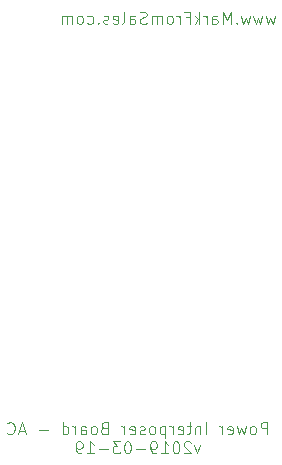
<source format=gbr>
G04 #@! TF.GenerationSoftware,KiCad,Pcbnew,(5.0.2)-1*
G04 #@! TF.CreationDate,2019-03-23T22:27:34-05:00*
G04 #@! TF.ProjectId,Power-Interposer-Board-AC,506f7765-722d-4496-9e74-6572706f7365,rev?*
G04 #@! TF.SameCoordinates,Original*
G04 #@! TF.FileFunction,Legend,Bot*
G04 #@! TF.FilePolarity,Positive*
%FSLAX46Y46*%
G04 Gerber Fmt 4.6, Leading zero omitted, Abs format (unit mm)*
G04 Created by KiCad (PCBNEW (5.0.2)-1) date 3/23/2019 10:27:34 PM*
%MOMM*%
%LPD*%
G01*
G04 APERTURE LIST*
%ADD10C,0.120000*%
G04 APERTURE END LIST*
D10*
X168456190Y-131722380D02*
X168456190Y-130722380D01*
X168075238Y-130722380D01*
X167980000Y-130770000D01*
X167932380Y-130817619D01*
X167884761Y-130912857D01*
X167884761Y-131055714D01*
X167932380Y-131150952D01*
X167980000Y-131198571D01*
X168075238Y-131246190D01*
X168456190Y-131246190D01*
X167313333Y-131722380D02*
X167408571Y-131674761D01*
X167456190Y-131627142D01*
X167503809Y-131531904D01*
X167503809Y-131246190D01*
X167456190Y-131150952D01*
X167408571Y-131103333D01*
X167313333Y-131055714D01*
X167170476Y-131055714D01*
X167075238Y-131103333D01*
X167027619Y-131150952D01*
X166980000Y-131246190D01*
X166980000Y-131531904D01*
X167027619Y-131627142D01*
X167075238Y-131674761D01*
X167170476Y-131722380D01*
X167313333Y-131722380D01*
X166646666Y-131055714D02*
X166456190Y-131722380D01*
X166265714Y-131246190D01*
X166075238Y-131722380D01*
X165884761Y-131055714D01*
X165122857Y-131674761D02*
X165218095Y-131722380D01*
X165408571Y-131722380D01*
X165503809Y-131674761D01*
X165551428Y-131579523D01*
X165551428Y-131198571D01*
X165503809Y-131103333D01*
X165408571Y-131055714D01*
X165218095Y-131055714D01*
X165122857Y-131103333D01*
X165075238Y-131198571D01*
X165075238Y-131293809D01*
X165551428Y-131389047D01*
X164646666Y-131722380D02*
X164646666Y-131055714D01*
X164646666Y-131246190D02*
X164599047Y-131150952D01*
X164551428Y-131103333D01*
X164456190Y-131055714D01*
X164360952Y-131055714D01*
X163265714Y-131722380D02*
X163265714Y-130722380D01*
X162789523Y-131055714D02*
X162789523Y-131722380D01*
X162789523Y-131150952D02*
X162741904Y-131103333D01*
X162646666Y-131055714D01*
X162503809Y-131055714D01*
X162408571Y-131103333D01*
X162360952Y-131198571D01*
X162360952Y-131722380D01*
X162027619Y-131055714D02*
X161646666Y-131055714D01*
X161884761Y-130722380D02*
X161884761Y-131579523D01*
X161837142Y-131674761D01*
X161741904Y-131722380D01*
X161646666Y-131722380D01*
X160932380Y-131674761D02*
X161027619Y-131722380D01*
X161218095Y-131722380D01*
X161313333Y-131674761D01*
X161360952Y-131579523D01*
X161360952Y-131198571D01*
X161313333Y-131103333D01*
X161218095Y-131055714D01*
X161027619Y-131055714D01*
X160932380Y-131103333D01*
X160884761Y-131198571D01*
X160884761Y-131293809D01*
X161360952Y-131389047D01*
X160456190Y-131722380D02*
X160456190Y-131055714D01*
X160456190Y-131246190D02*
X160408571Y-131150952D01*
X160360952Y-131103333D01*
X160265714Y-131055714D01*
X160170476Y-131055714D01*
X159837142Y-131055714D02*
X159837142Y-132055714D01*
X159837142Y-131103333D02*
X159741904Y-131055714D01*
X159551428Y-131055714D01*
X159456190Y-131103333D01*
X159408571Y-131150952D01*
X159360952Y-131246190D01*
X159360952Y-131531904D01*
X159408571Y-131627142D01*
X159456190Y-131674761D01*
X159551428Y-131722380D01*
X159741904Y-131722380D01*
X159837142Y-131674761D01*
X158789523Y-131722380D02*
X158884761Y-131674761D01*
X158932380Y-131627142D01*
X158980000Y-131531904D01*
X158980000Y-131246190D01*
X158932380Y-131150952D01*
X158884761Y-131103333D01*
X158789523Y-131055714D01*
X158646666Y-131055714D01*
X158551428Y-131103333D01*
X158503809Y-131150952D01*
X158456190Y-131246190D01*
X158456190Y-131531904D01*
X158503809Y-131627142D01*
X158551428Y-131674761D01*
X158646666Y-131722380D01*
X158789523Y-131722380D01*
X158075238Y-131674761D02*
X157980000Y-131722380D01*
X157789523Y-131722380D01*
X157694285Y-131674761D01*
X157646666Y-131579523D01*
X157646666Y-131531904D01*
X157694285Y-131436666D01*
X157789523Y-131389047D01*
X157932380Y-131389047D01*
X158027619Y-131341428D01*
X158075238Y-131246190D01*
X158075238Y-131198571D01*
X158027619Y-131103333D01*
X157932380Y-131055714D01*
X157789523Y-131055714D01*
X157694285Y-131103333D01*
X156837142Y-131674761D02*
X156932380Y-131722380D01*
X157122857Y-131722380D01*
X157218095Y-131674761D01*
X157265714Y-131579523D01*
X157265714Y-131198571D01*
X157218095Y-131103333D01*
X157122857Y-131055714D01*
X156932380Y-131055714D01*
X156837142Y-131103333D01*
X156789523Y-131198571D01*
X156789523Y-131293809D01*
X157265714Y-131389047D01*
X156360952Y-131722380D02*
X156360952Y-131055714D01*
X156360952Y-131246190D02*
X156313333Y-131150952D01*
X156265714Y-131103333D01*
X156170476Y-131055714D01*
X156075238Y-131055714D01*
X154646666Y-131198571D02*
X154503809Y-131246190D01*
X154456190Y-131293809D01*
X154408571Y-131389047D01*
X154408571Y-131531904D01*
X154456190Y-131627142D01*
X154503809Y-131674761D01*
X154599047Y-131722380D01*
X154980000Y-131722380D01*
X154980000Y-130722380D01*
X154646666Y-130722380D01*
X154551428Y-130770000D01*
X154503809Y-130817619D01*
X154456190Y-130912857D01*
X154456190Y-131008095D01*
X154503809Y-131103333D01*
X154551428Y-131150952D01*
X154646666Y-131198571D01*
X154980000Y-131198571D01*
X153837142Y-131722380D02*
X153932380Y-131674761D01*
X153980000Y-131627142D01*
X154027619Y-131531904D01*
X154027619Y-131246190D01*
X153980000Y-131150952D01*
X153932380Y-131103333D01*
X153837142Y-131055714D01*
X153694285Y-131055714D01*
X153599047Y-131103333D01*
X153551428Y-131150952D01*
X153503809Y-131246190D01*
X153503809Y-131531904D01*
X153551428Y-131627142D01*
X153599047Y-131674761D01*
X153694285Y-131722380D01*
X153837142Y-131722380D01*
X152646666Y-131722380D02*
X152646666Y-131198571D01*
X152694285Y-131103333D01*
X152789523Y-131055714D01*
X152980000Y-131055714D01*
X153075238Y-131103333D01*
X152646666Y-131674761D02*
X152741904Y-131722380D01*
X152980000Y-131722380D01*
X153075238Y-131674761D01*
X153122857Y-131579523D01*
X153122857Y-131484285D01*
X153075238Y-131389047D01*
X152980000Y-131341428D01*
X152741904Y-131341428D01*
X152646666Y-131293809D01*
X152170476Y-131722380D02*
X152170476Y-131055714D01*
X152170476Y-131246190D02*
X152122857Y-131150952D01*
X152075238Y-131103333D01*
X151980000Y-131055714D01*
X151884761Y-131055714D01*
X151122857Y-131722380D02*
X151122857Y-130722380D01*
X151122857Y-131674761D02*
X151218095Y-131722380D01*
X151408571Y-131722380D01*
X151503809Y-131674761D01*
X151551428Y-131627142D01*
X151599047Y-131531904D01*
X151599047Y-131246190D01*
X151551428Y-131150952D01*
X151503809Y-131103333D01*
X151408571Y-131055714D01*
X151218095Y-131055714D01*
X151122857Y-131103333D01*
X149884761Y-131341428D02*
X149122857Y-131341428D01*
X147932380Y-131436666D02*
X147456190Y-131436666D01*
X148027619Y-131722380D02*
X147694285Y-130722380D01*
X147360952Y-131722380D01*
X146456190Y-131627142D02*
X146503809Y-131674761D01*
X146646666Y-131722380D01*
X146741904Y-131722380D01*
X146884761Y-131674761D01*
X146980000Y-131579523D01*
X147027619Y-131484285D01*
X147075238Y-131293809D01*
X147075238Y-131150952D01*
X147027619Y-130960476D01*
X146980000Y-130865238D01*
X146884761Y-130770000D01*
X146741904Y-130722380D01*
X146646666Y-130722380D01*
X146503809Y-130770000D01*
X146456190Y-130817619D01*
X162765714Y-132675714D02*
X162527619Y-133342380D01*
X162289523Y-132675714D01*
X161956190Y-132437619D02*
X161908571Y-132390000D01*
X161813333Y-132342380D01*
X161575238Y-132342380D01*
X161480000Y-132390000D01*
X161432380Y-132437619D01*
X161384761Y-132532857D01*
X161384761Y-132628095D01*
X161432380Y-132770952D01*
X162003809Y-133342380D01*
X161384761Y-133342380D01*
X160765714Y-132342380D02*
X160670476Y-132342380D01*
X160575238Y-132390000D01*
X160527619Y-132437619D01*
X160480000Y-132532857D01*
X160432380Y-132723333D01*
X160432380Y-132961428D01*
X160480000Y-133151904D01*
X160527619Y-133247142D01*
X160575238Y-133294761D01*
X160670476Y-133342380D01*
X160765714Y-133342380D01*
X160860952Y-133294761D01*
X160908571Y-133247142D01*
X160956190Y-133151904D01*
X161003809Y-132961428D01*
X161003809Y-132723333D01*
X160956190Y-132532857D01*
X160908571Y-132437619D01*
X160860952Y-132390000D01*
X160765714Y-132342380D01*
X159480000Y-133342380D02*
X160051428Y-133342380D01*
X159765714Y-133342380D02*
X159765714Y-132342380D01*
X159860952Y-132485238D01*
X159956190Y-132580476D01*
X160051428Y-132628095D01*
X159003809Y-133342380D02*
X158813333Y-133342380D01*
X158718095Y-133294761D01*
X158670476Y-133247142D01*
X158575238Y-133104285D01*
X158527619Y-132913809D01*
X158527619Y-132532857D01*
X158575238Y-132437619D01*
X158622857Y-132390000D01*
X158718095Y-132342380D01*
X158908571Y-132342380D01*
X159003809Y-132390000D01*
X159051428Y-132437619D01*
X159099047Y-132532857D01*
X159099047Y-132770952D01*
X159051428Y-132866190D01*
X159003809Y-132913809D01*
X158908571Y-132961428D01*
X158718095Y-132961428D01*
X158622857Y-132913809D01*
X158575238Y-132866190D01*
X158527619Y-132770952D01*
X158099047Y-132961428D02*
X157337142Y-132961428D01*
X156670476Y-132342380D02*
X156575238Y-132342380D01*
X156480000Y-132390000D01*
X156432380Y-132437619D01*
X156384761Y-132532857D01*
X156337142Y-132723333D01*
X156337142Y-132961428D01*
X156384761Y-133151904D01*
X156432380Y-133247142D01*
X156480000Y-133294761D01*
X156575238Y-133342380D01*
X156670476Y-133342380D01*
X156765714Y-133294761D01*
X156813333Y-133247142D01*
X156860952Y-133151904D01*
X156908571Y-132961428D01*
X156908571Y-132723333D01*
X156860952Y-132532857D01*
X156813333Y-132437619D01*
X156765714Y-132390000D01*
X156670476Y-132342380D01*
X156003809Y-132342380D02*
X155384761Y-132342380D01*
X155718095Y-132723333D01*
X155575238Y-132723333D01*
X155480000Y-132770952D01*
X155432380Y-132818571D01*
X155384761Y-132913809D01*
X155384761Y-133151904D01*
X155432380Y-133247142D01*
X155480000Y-133294761D01*
X155575238Y-133342380D01*
X155860952Y-133342380D01*
X155956190Y-133294761D01*
X156003809Y-133247142D01*
X154956190Y-132961428D02*
X154194285Y-132961428D01*
X153194285Y-133342380D02*
X153765714Y-133342380D01*
X153480000Y-133342380D02*
X153480000Y-132342380D01*
X153575238Y-132485238D01*
X153670476Y-132580476D01*
X153765714Y-132628095D01*
X152718095Y-133342380D02*
X152527619Y-133342380D01*
X152432380Y-133294761D01*
X152384761Y-133247142D01*
X152289523Y-133104285D01*
X152241904Y-132913809D01*
X152241904Y-132532857D01*
X152289523Y-132437619D01*
X152337142Y-132390000D01*
X152432380Y-132342380D01*
X152622857Y-132342380D01*
X152718095Y-132390000D01*
X152765714Y-132437619D01*
X152813333Y-132532857D01*
X152813333Y-132770952D01*
X152765714Y-132866190D01*
X152718095Y-132913809D01*
X152622857Y-132961428D01*
X152432380Y-132961428D01*
X152337142Y-132913809D01*
X152289523Y-132866190D01*
X152241904Y-132770952D01*
X169091428Y-96305714D02*
X168900952Y-96972380D01*
X168710476Y-96496190D01*
X168520000Y-96972380D01*
X168329523Y-96305714D01*
X168043809Y-96305714D02*
X167853333Y-96972380D01*
X167662857Y-96496190D01*
X167472380Y-96972380D01*
X167281904Y-96305714D01*
X166996190Y-96305714D02*
X166805714Y-96972380D01*
X166615238Y-96496190D01*
X166424761Y-96972380D01*
X166234285Y-96305714D01*
X165853333Y-96877142D02*
X165805714Y-96924761D01*
X165853333Y-96972380D01*
X165900952Y-96924761D01*
X165853333Y-96877142D01*
X165853333Y-96972380D01*
X165377142Y-96972380D02*
X165377142Y-95972380D01*
X165043809Y-96686666D01*
X164710476Y-95972380D01*
X164710476Y-96972380D01*
X163805714Y-96972380D02*
X163805714Y-96448571D01*
X163853333Y-96353333D01*
X163948571Y-96305714D01*
X164139047Y-96305714D01*
X164234285Y-96353333D01*
X163805714Y-96924761D02*
X163900952Y-96972380D01*
X164139047Y-96972380D01*
X164234285Y-96924761D01*
X164281904Y-96829523D01*
X164281904Y-96734285D01*
X164234285Y-96639047D01*
X164139047Y-96591428D01*
X163900952Y-96591428D01*
X163805714Y-96543809D01*
X163329523Y-96972380D02*
X163329523Y-96305714D01*
X163329523Y-96496190D02*
X163281904Y-96400952D01*
X163234285Y-96353333D01*
X163139047Y-96305714D01*
X163043809Y-96305714D01*
X162710476Y-96972380D02*
X162710476Y-95972380D01*
X162615238Y-96591428D02*
X162329523Y-96972380D01*
X162329523Y-96305714D02*
X162710476Y-96686666D01*
X161567619Y-96448571D02*
X161900952Y-96448571D01*
X161900952Y-96972380D02*
X161900952Y-95972380D01*
X161424761Y-95972380D01*
X161043809Y-96972380D02*
X161043809Y-96305714D01*
X161043809Y-96496190D02*
X160996190Y-96400952D01*
X160948571Y-96353333D01*
X160853333Y-96305714D01*
X160758095Y-96305714D01*
X160281904Y-96972380D02*
X160377142Y-96924761D01*
X160424761Y-96877142D01*
X160472380Y-96781904D01*
X160472380Y-96496190D01*
X160424761Y-96400952D01*
X160377142Y-96353333D01*
X160281904Y-96305714D01*
X160139047Y-96305714D01*
X160043809Y-96353333D01*
X159996190Y-96400952D01*
X159948571Y-96496190D01*
X159948571Y-96781904D01*
X159996190Y-96877142D01*
X160043809Y-96924761D01*
X160139047Y-96972380D01*
X160281904Y-96972380D01*
X159520000Y-96972380D02*
X159520000Y-96305714D01*
X159520000Y-96400952D02*
X159472380Y-96353333D01*
X159377142Y-96305714D01*
X159234285Y-96305714D01*
X159139047Y-96353333D01*
X159091428Y-96448571D01*
X159091428Y-96972380D01*
X159091428Y-96448571D02*
X159043809Y-96353333D01*
X158948571Y-96305714D01*
X158805714Y-96305714D01*
X158710476Y-96353333D01*
X158662857Y-96448571D01*
X158662857Y-96972380D01*
X158234285Y-96924761D02*
X158091428Y-96972380D01*
X157853333Y-96972380D01*
X157758095Y-96924761D01*
X157710476Y-96877142D01*
X157662857Y-96781904D01*
X157662857Y-96686666D01*
X157710476Y-96591428D01*
X157758095Y-96543809D01*
X157853333Y-96496190D01*
X158043809Y-96448571D01*
X158139047Y-96400952D01*
X158186666Y-96353333D01*
X158234285Y-96258095D01*
X158234285Y-96162857D01*
X158186666Y-96067619D01*
X158139047Y-96020000D01*
X158043809Y-95972380D01*
X157805714Y-95972380D01*
X157662857Y-96020000D01*
X156805714Y-96972380D02*
X156805714Y-96448571D01*
X156853333Y-96353333D01*
X156948571Y-96305714D01*
X157139047Y-96305714D01*
X157234285Y-96353333D01*
X156805714Y-96924761D02*
X156900952Y-96972380D01*
X157139047Y-96972380D01*
X157234285Y-96924761D01*
X157281904Y-96829523D01*
X157281904Y-96734285D01*
X157234285Y-96639047D01*
X157139047Y-96591428D01*
X156900952Y-96591428D01*
X156805714Y-96543809D01*
X156186666Y-96972380D02*
X156281904Y-96924761D01*
X156329523Y-96829523D01*
X156329523Y-95972380D01*
X155424761Y-96924761D02*
X155520000Y-96972380D01*
X155710476Y-96972380D01*
X155805714Y-96924761D01*
X155853333Y-96829523D01*
X155853333Y-96448571D01*
X155805714Y-96353333D01*
X155710476Y-96305714D01*
X155520000Y-96305714D01*
X155424761Y-96353333D01*
X155377142Y-96448571D01*
X155377142Y-96543809D01*
X155853333Y-96639047D01*
X154996190Y-96924761D02*
X154900952Y-96972380D01*
X154710476Y-96972380D01*
X154615238Y-96924761D01*
X154567619Y-96829523D01*
X154567619Y-96781904D01*
X154615238Y-96686666D01*
X154710476Y-96639047D01*
X154853333Y-96639047D01*
X154948571Y-96591428D01*
X154996190Y-96496190D01*
X154996190Y-96448571D01*
X154948571Y-96353333D01*
X154853333Y-96305714D01*
X154710476Y-96305714D01*
X154615238Y-96353333D01*
X154139047Y-96877142D02*
X154091428Y-96924761D01*
X154139047Y-96972380D01*
X154186666Y-96924761D01*
X154139047Y-96877142D01*
X154139047Y-96972380D01*
X153234285Y-96924761D02*
X153329523Y-96972380D01*
X153520000Y-96972380D01*
X153615238Y-96924761D01*
X153662857Y-96877142D01*
X153710476Y-96781904D01*
X153710476Y-96496190D01*
X153662857Y-96400952D01*
X153615238Y-96353333D01*
X153520000Y-96305714D01*
X153329523Y-96305714D01*
X153234285Y-96353333D01*
X152662857Y-96972380D02*
X152758095Y-96924761D01*
X152805714Y-96877142D01*
X152853333Y-96781904D01*
X152853333Y-96496190D01*
X152805714Y-96400952D01*
X152758095Y-96353333D01*
X152662857Y-96305714D01*
X152520000Y-96305714D01*
X152424761Y-96353333D01*
X152377142Y-96400952D01*
X152329523Y-96496190D01*
X152329523Y-96781904D01*
X152377142Y-96877142D01*
X152424761Y-96924761D01*
X152520000Y-96972380D01*
X152662857Y-96972380D01*
X151900952Y-96972380D02*
X151900952Y-96305714D01*
X151900952Y-96400952D02*
X151853333Y-96353333D01*
X151758095Y-96305714D01*
X151615238Y-96305714D01*
X151520000Y-96353333D01*
X151472380Y-96448571D01*
X151472380Y-96972380D01*
X151472380Y-96448571D02*
X151424761Y-96353333D01*
X151329523Y-96305714D01*
X151186666Y-96305714D01*
X151091428Y-96353333D01*
X151043809Y-96448571D01*
X151043809Y-96972380D01*
M02*

</source>
